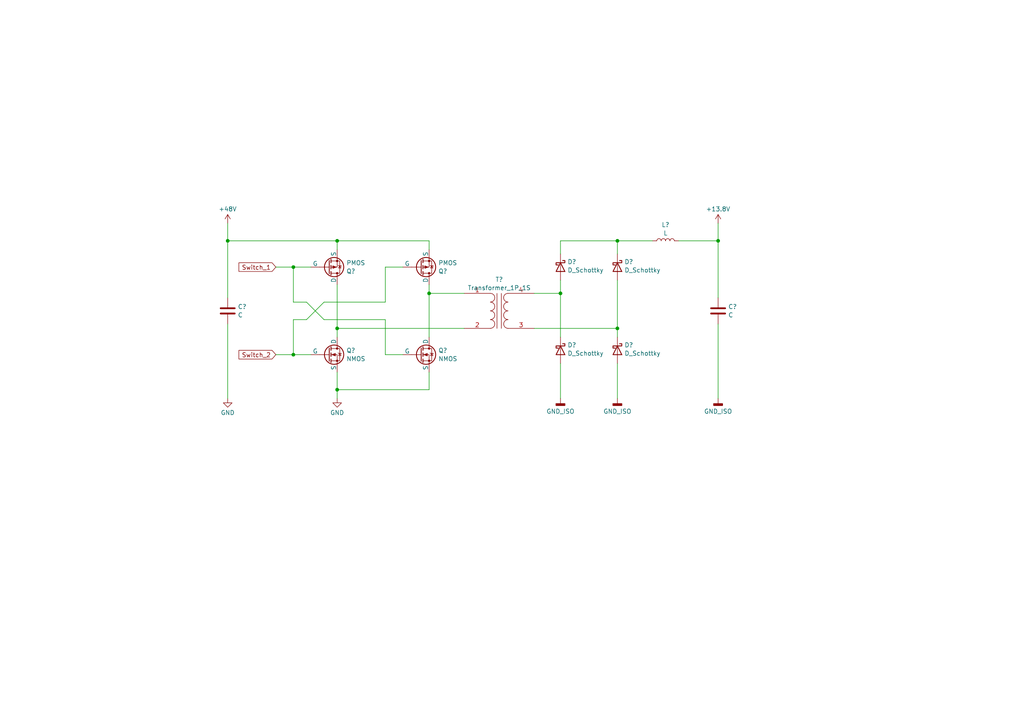
<source format=kicad_sch>
(kicad_sch (version 20230121) (generator eeschema)
  (paper "A4")
  (lib_symbols
    (symbol "Device:C" (pin_numbers hide) (pin_names (offset 0.254))
      (property "Reference" "C" (at 0.635 2.54 0))
      (property "Value" "C" (at 0.635 -2.54 0))
      (symbol "C_0_1"
        (polyline (pts (xy -2.032 -0.762) (xy 2.032 -0.762)) (stroke (width 0.508)))
        (polyline (pts (xy -2.032 0.762) (xy 2.032 0.762)) (stroke (width 0.508)))
      )
      (symbol "C_1_1"
        (pin passive line (at 0 3.81 270) (length 2.794) (name "~") (number "1"))
        (pin passive line (at 0 -3.81 90) (length 2.794) (name "~") (number "2"))
      )
    )
    (symbol "Device:D_Schottky" (pin_numbers hide) (pin_names (offset 1.016) hide)
      (property "Reference" "D" (at 0 2.54 0))
      (property "Value" "D_Schottky" (at 0 -2.54 0))
      (symbol "D_Schottky_0_1"
        (polyline (pts (xy 1.27 0) (xy -1.27 0)))
        (polyline (pts (xy 1.27 1.27) (xy 1.27 -1.27) (xy -1.27 0) (xy 1.27 1.27)) (stroke (width 0.254)))
        (polyline (pts (xy -1.905 0.635) (xy -1.905 1.27) (xy -1.27 1.27) (xy -1.27 -1.27) (xy -0.635 -1.27) (xy -0.635 -0.635)) (stroke (width 0.254)))
      )
      (symbol "D_Schottky_1_1"
        (pin passive line (at -3.81 0 0) (length 2.54) (name "K") (number "1"))
        (pin passive line (at 3.81 0 180) (length 2.54) (name "A") (number "2"))
      )
    )
    (symbol "Device:L" (pin_numbers hide) (pin_names (offset 1.016) hide)
      (property "Reference" "L" (at -1.27 0 90))
      (property "Value" "L" (at 1.905 0 90))
      (symbol "L_0_1"
        (arc (start 0 -2.54) (mid 0.6323 -1.905) (end 0 -1.27))
        (arc (start 0 -1.27) (mid 0.6323 -0.635) (end 0 0))
        (arc (start 0 0) (mid 0.6323 0.635) (end 0 1.27))
        (arc (start 0 1.27) (mid 0.6323 1.905) (end 0 2.54))
      )
      (symbol "L_1_1"
        (pin passive line (at 0 3.81 270) (length 1.27) (name "1") (number "1"))
        (pin passive line (at 0 -3.81 90) (length 1.27) (name "2") (number "2"))
      )
    )
    (symbol "Device:Transformer_1P_1S" (pin_names (offset 1.016) hide)
      (property "Reference" "T" (at 0 6.35 0))
      (property "Value" "Transformer_1P_1S" (at 0 -7.62 0))
      (symbol "Transformer_1P_1S_0_1"
        (arc (start -2.54 -5.0546) (mid -1.6599 -4.6901) (end -1.27 -3.81))
        (arc (start -2.54 -2.5146) (mid -1.6599 -2.1501) (end -1.27 -1.27))
        (arc (start -2.54 0.0254) (mid -1.6599 0.3899) (end -1.27 1.27))
        (arc (start -2.54 2.5654) (mid -1.6599 2.9299) (end -1.27 3.81))
        (arc (start -1.27 -3.81) (mid -1.642 -2.912) (end -2.54 -2.54))
        (arc (start -1.27 -1.27) (mid -1.642 -0.372) (end -2.54 0))
        (arc (start -1.27 1.27) (mid -1.642 2.168) (end -2.54 2.54))
        (arc (start -1.27 3.81) (mid -1.642 4.708) (end -2.54 5.08))
        (polyline (pts (xy -0.635 5.08) (xy -0.635 -5.08)))
        (polyline (pts (xy 0.635 -5.08) (xy 0.635 5.08)))
        (arc (start 1.2954 -1.27) (mid 1.6599 -2.1501) (end 2.54 -2.5146))
        (arc (start 1.2954 1.27) (mid 1.6599 0.3899) (end 2.54 0.0254))
        (arc (start 1.2954 3.81) (mid 1.6599 2.9299) (end 2.54 2.5654))
        (arc (start 1.3208 -3.81) (mid 1.6853 -4.6901) (end 2.5654 -5.0546))
        (arc (start 2.54 0) (mid 1.642 -0.372) (end 1.2954 -1.27))
        (arc (start 2.54 2.54) (mid 1.642 2.168) (end 1.2954 1.27))
        (arc (start 2.54 5.08) (mid 1.642 4.708) (end 1.2954 3.81))
        (arc (start 2.5654 -2.54) (mid 1.6674 -2.912) (end 1.3208 -3.81))
      )
      (symbol "Transformer_1P_1S_1_1"
        (pin passive line (at -10.16 5.08 0) (length 7.62) (name "AA") (number "1"))
        (pin passive line (at -10.16 -5.08 0) (length 7.62) (name "AB") (number "2"))
        (pin passive line (at 10.16 -5.08 180) (length 7.62) (name "SA") (number "3"))
        (pin passive line (at 10.16 5.08 180) (length 7.62) (name "SB") (number "4"))
      )
    )
    (symbol "RadioSupply_lib:+13.8V" (power) (pin_names (offset 0))
      (property "Value" "+13.8V" (at 0 3.556 0))
      (symbol "+13.8V_0_1"
        (polyline (pts (xy -0.762 1.27) (xy 0 2.54)))
        (polyline (pts (xy 0 0) (xy 0 2.54)))
        (polyline (pts (xy 0 2.54) (xy 0.762 1.27)))
      )
      (symbol "+13.8V_1_1"
        (pin power_in line (at 0 0 90) (length 0) hide (name "+13.8V") (number "1"))
      )
    )
    (symbol "RadioSupply_lib:GND_ISO" (power) (pin_names (offset 0))
      (property "Value" "GND_ISO" (at 0 -3.175 0))
      (symbol "GND_ISO_0_1"
        (rectangle (start -1.27 -1.524) (end 1.27 -2.032) (stroke (width 0.254)) (fill (type outline)))
        (polyline (pts (xy 0 0) (xy 0 -1.524)))
      )
      (symbol "GND_ISO_1_1"
        (pin power_in line (at 0 0 270) (length 0) hide (name "GND_ISO") (number "1"))
      )
    )
    (symbol "Simulation_SPICE:NMOS" (pin_numbers hide) (pin_names (offset 0))
      (property "Reference" "Q" (at 5.08 1.27 0))
      (property "Value" "NMOS" (at 5.08 -1.27 0))
      (symbol "NMOS_0_1"
        (polyline (pts (xy 0.254 0) (xy -2.54 0)))
        (polyline (pts (xy 0.254 1.905) (xy 0.254 -1.905)) (stroke (width 0.254)))
        (polyline (pts (xy 0.762 -1.27) (xy 0.762 -2.286)) (stroke (width 0.254)))
        (polyline (pts (xy 0.762 0.508) (xy 0.762 -0.508)) (stroke (width 0.254)))
        (polyline (pts (xy 0.762 2.286) (xy 0.762 1.27)) (stroke (width 0.254)))
        (polyline (pts (xy 2.54 2.54) (xy 2.54 1.778)))
        (polyline (pts (xy 2.54 -2.54) (xy 2.54 0) (xy 0.762 0)))
        (polyline (pts (xy 0.762 -1.778) (xy 3.302 -1.778) (xy 3.302 1.778) (xy 0.762 1.778)))
        (polyline (pts (xy 1.016 0) (xy 2.032 0.381) (xy 2.032 -0.381) (xy 1.016 0)) (fill (type outline)))
        (polyline (pts (xy 2.794 0.508) (xy 2.921 0.381) (xy 3.683 0.381) (xy 3.81 0.254)))
        (polyline (pts (xy 3.302 0.381) (xy 2.921 -0.254) (xy 3.683 -0.254) (xy 3.302 0.381)))
        (circle (center 1.651 0) (radius 2.794) (stroke (width 0.254)))
        (circle (center 2.54 -1.778) (radius 0.254) (fill (type outline)))
        (circle (center 2.54 1.778) (radius 0.254) (fill (type outline)))
      )
      (symbol "NMOS_1_1"
        (pin passive line (at 2.54 5.08 270) (length 2.54) (name "D") (number "1"))
        (pin input line (at -5.08 0 0) (length 2.54) (name "G") (number "2"))
        (pin passive line (at 2.54 -5.08 90) (length 2.54) (name "S") (number "3"))
      )
    )
    (symbol "Simulation_SPICE:PMOS" (pin_numbers hide) (pin_names (offset 0))
      (property "Reference" "Q" (at 5.08 1.27 0))
      (property "Value" "PMOS" (at 5.08 -1.27 0))
      (symbol "PMOS_0_1"
        (polyline (pts (xy 0.254 0) (xy -2.54 0)))
        (polyline (pts (xy 0.254 1.905) (xy 0.254 -1.905)) (stroke (width 0.254)))
        (polyline (pts (xy 0.762 -1.27) (xy 0.762 -2.286)) (stroke (width 0.254)))
        (polyline (pts (xy 0.762 0.508) (xy 0.762 -0.508)) (stroke (width 0.254)))
        (polyline (pts (xy 0.762 2.286) (xy 0.762 1.27)) (stroke (width 0.254)))
        (polyline (pts (xy 2.54 2.54) (xy 2.54 1.778)))
        (polyline (pts (xy 2.54 -2.54) (xy 2.54 0) (xy 0.762 0)))
        (polyline (pts (xy 0.762 1.778) (xy 3.302 1.778) (xy 3.302 -1.778) (xy 0.762 -1.778)))
        (polyline (pts (xy 2.286 0) (xy 1.27 0.381) (xy 1.27 -0.381) (xy 2.286 0)) (fill (type outline)))
        (polyline (pts (xy 2.794 -0.508) (xy 2.921 -0.381) (xy 3.683 -0.381) (xy 3.81 -0.254)))
        (polyline (pts (xy 3.302 -0.381) (xy 2.921 0.254) (xy 3.683 0.254) (xy 3.302 -0.381)))
        (circle (center 1.651 0) (radius 2.794) (stroke (width 0.254)))
        (circle (center 2.54 -1.778) (radius 0.254) (fill (type outline)))
        (circle (center 2.54 1.778) (radius 0.254) (fill (type outline)))
      )
      (symbol "PMOS_1_1"
        (pin passive line (at 2.54 5.08 270) (length 2.54) (name "D") (number "1"))
        (pin input line (at -5.08 0 0) (length 2.54) (name "G") (number "2"))
        (pin passive line (at 2.54 -5.08 90) (length 2.54) (name "S") (number "3"))
      )
    )
    (symbol "power:+48V" (power) (pin_names (offset 0))
      (property "Value" "+48V" (at 0 3.556 0))
      (symbol "+48V_0_1"
        (polyline (pts (xy -0.762 1.27) (xy 0 2.54)))
        (polyline (pts (xy 0 0) (xy 0 2.54)))
        (polyline (pts (xy 0 2.54) (xy 0.762 1.27)))
      )
      (symbol "+48V_1_1"
        (pin power_in line (at 0 0 90) (length 0) hide (name "+48V") (number "1"))
      )
    )
    (symbol "power:GND" (power) (pin_names (offset 0))
      (property "Value" "GND" (at 0 -3.81 0))
      (symbol "GND_0_1"
        (polyline (pts (xy 0 0) (xy 0 -1.27) (xy 1.27 -1.27) (xy 0 -2.54) (xy -1.27 -1.27) (xy 0 -1.27)))
      )
      (symbol "GND_1_1"
        (pin power_in line (at 0 0 270) (length 0) hide (name "GND") (number "1"))
      )
    )
  )
  (junction (at 97.79 95.25))
  (junction (at 179.07 69.85))
  (junction (at 208.28 69.85))
  (junction (at 179.07 95.25))
  (junction (at 124.46 85.09))
  (junction (at 162.56 85.09))
  (junction (at 97.79 113.03))
  (junction (at 85.09 102.87))
  (junction (at 66.04 69.85))
  (junction (at 85.09 77.47))
  (junction (at 97.79 69.85))
  (wire (pts (xy 208.28 69.85) (xy 208.28 86.36)))
  (wire (pts (xy 162.56 81.28) (xy 162.56 85.09)))
  (wire (pts (xy 154.94 85.09) (xy 162.56 85.09)))
  (wire (pts (xy 85.09 102.87) (xy 90.17 102.87)))
  (wire (pts (xy 85.09 77.47) (xy 90.17 77.47)))
  (wire (pts (xy 93.98 87.63) (xy 111.76 87.63)))
  (wire (pts (xy 179.07 69.85) (xy 162.56 69.85)))
  (wire (pts (xy 124.46 85.09) (xy 124.46 97.79)))
  (wire (pts (xy 93.98 92.71) (xy 111.76 92.71)))
  (wire (pts (xy 97.79 95.25) (xy 97.79 97.79)))
  (wire (pts (xy 97.79 69.85) (xy 124.46 69.85)))
  (wire (pts (xy 208.28 64.77) (xy 208.28 69.85)))
  (wire (pts (xy 88.9 92.71) (xy 85.09 92.71)))
  (wire (pts (xy 162.56 105.41) (xy 162.56 115.57)))
  (wire (pts (xy 116.84 77.47) (xy 111.76 77.47)))
  (wire (pts (xy 97.79 113.03) (xy 97.79 115.57)))
  (wire (pts (xy 80.01 102.87) (xy 85.09 102.87)))
  (wire (pts (xy 97.79 107.95) (xy 97.79 113.03)))
  (wire (pts (xy 116.84 102.87) (xy 111.76 102.87)))
  (wire (pts (xy 134.62 95.25) (xy 97.79 95.25)))
  (wire (pts (xy 80.01 77.47) (xy 85.09 77.47)))
  (wire (pts (xy 88.9 92.71) (xy 93.98 87.63)))
  (wire (pts (xy 66.04 69.85) (xy 97.79 69.85)))
  (wire (pts (xy 179.07 69.85) (xy 179.07 73.66)))
  (wire (pts (xy 124.46 85.09) (xy 134.62 85.09)))
  (wire (pts (xy 85.09 87.63) (xy 85.09 77.47)))
  (wire (pts (xy 66.04 64.77) (xy 66.04 69.85)))
  (wire (pts (xy 97.79 72.39) (xy 97.79 69.85)))
  (wire (pts (xy 189.23 69.85) (xy 179.07 69.85)))
  (wire (pts (xy 111.76 102.87) (xy 111.76 92.71)))
  (wire (pts (xy 85.09 87.63) (xy 88.9 87.63)))
  (wire (pts (xy 85.09 92.71) (xy 85.09 102.87)))
  (wire (pts (xy 154.94 95.25) (xy 179.07 95.25)))
  (wire (pts (xy 179.07 81.28) (xy 179.07 95.25)))
  (wire (pts (xy 124.46 82.55) (xy 124.46 85.09)))
  (wire (pts (xy 196.85 69.85) (xy 208.28 69.85)))
  (wire (pts (xy 66.04 69.85) (xy 66.04 86.36)))
  (wire (pts (xy 66.04 93.98) (xy 66.04 115.57)))
  (wire (pts (xy 208.28 93.98) (xy 208.28 115.57)))
  (wire (pts (xy 162.56 85.09) (xy 162.56 97.79)))
  (wire (pts (xy 162.56 69.85) (xy 162.56 73.66)))
  (wire (pts (xy 111.76 77.47) (xy 111.76 87.63)))
  (wire (pts (xy 97.79 95.25) (xy 97.79 82.55)))
  (wire (pts (xy 179.07 95.25) (xy 179.07 97.79)))
  (wire (pts (xy 124.46 107.95) (xy 124.46 113.03)))
  (wire (pts (xy 124.46 113.03) (xy 97.79 113.03)))
  (wire (pts (xy 179.07 105.41) (xy 179.07 115.57)))
  (wire (pts (xy 124.46 69.85) (xy 124.46 72.39)))
  (wire (pts (xy 88.9 87.63) (xy 93.98 92.71)))
  (global_label "Switch_2" (shape input) (at 80.01 102.87 180) (property "Intersheetrefs" "${INTERSHEET_REFS}" (effects hide)))
  (global_label "Switch_1" (shape input) (at 80.01 77.47 180) (property "Intersheetrefs" "${INTERSHEET_REFS}" (effects hide)))
  (symbol (lib_id "RadioSupply_lib:GND_ISO") (at 162.56 115.57 0) (unit 1)
    (property "Reference" "#PWR01" (effects hide))
    (property "Value" "GND_ISO" (at 162.56 119.3221 0))
  )
  (symbol (lib_id "Device:D_Schottky") (at 162.56 77.47 270) (unit 1)
    (property "Reference" "D?" (at 164.592 75.9404 90) (effects (justify left)))
    (property "Value" "D_Schottky" (at 164.592 78.3646 90) (effects (justify left)))
  )
  (symbol (lib_id "power:GND") (at 97.79 115.57 0) (unit 1)
    (property "Reference" "#PWR?" (effects hide))
    (property "Value" "GND" (at 97.79 119.7031 0))
  )
  (symbol (lib_id "Simulation_SPICE:NMOS") (at 121.92 102.87 0) (unit 1)
    (property "Reference" "Q?" (at 127.127 101.6579 0) (effects (justify left)))
    (property "Value" "NMOS" (at 127.127 104.0821 0) (effects (justify left)))
    (property "Datasheet" "https://ngspice.sourceforge.io/docs/ngspice-manual.pdf" (effects hide))
    (property "Sim.Device" "NMOS" (effects hide))
    (property "Sim.Type" "VDMOS" (effects hide))
    (property "Sim.Pins" "1=D 2=G 3=S" (effects hide))
  )
  (symbol (lib_id "RadioSupply_lib:GND_ISO") (at 179.07 115.57 0) (unit 1)
    (property "Reference" "#PWR02" (effects hide))
    (property "Value" "GND_ISO" (at 179.07 119.3221 0))
  )
  (symbol (lib_id "power:+48V") (at 66.04 64.77 0) (unit 1)
    (property "Reference" "#PWR?" (effects hide))
    (property "Value" "+48V" (at 66.04 60.6369 0))
  )
  (symbol (lib_id "Device:D_Schottky") (at 179.07 101.6 270) (unit 1)
    (property "Reference" "D?" (at 181.102 100.0704 90) (effects (justify left)))
    (property "Value" "D_Schottky" (at 181.102 102.4946 90) (effects (justify left)))
  )
  (symbol (lib_id "Device:D_Schottky") (at 162.56 101.6 270) (unit 1)
    (property "Reference" "D?" (at 164.592 100.0704 90) (effects (justify left)))
    (property "Value" "D_Schottky" (at 164.592 102.4946 90) (effects (justify left)))
  )
  (symbol (lib_id "Device:C") (at 66.04 90.17 0) (unit 1)
    (property "Reference" "C?" (at 68.961 88.9579 0) (effects (justify left)))
    (property "Value" "C" (at 68.961 91.3821 0) (effects (justify left)))
  )
  (symbol (lib_id "RadioSupply_lib:+13.8V") (at 208.28 64.77 0) (unit 1)
    (property "Reference" "#PWR?" (effects hide))
    (property "Value" "+13.8V" (at 208.28 60.6369 0))
  )
  (symbol (lib_id "Device:Transformer_1P_1S") (at 144.78 90.17 0) (unit 1)
    (property "Reference" "T?" (at 144.7927 81.0726 0))
    (property "Value" "Transformer_1P_1S" (at 144.7927 83.4968 0))
  )
  (symbol (lib_id "Device:L") (at 193.04 69.85 90) (unit 1)
    (property "Reference" "L?" (at 193.04 65.2004 90))
    (property "Value" "L" (at 193.04 67.6246 90))
  )
  (symbol (lib_id "Device:D_Schottky") (at 179.07 77.47 270) (unit 1)
    (property "Reference" "D?" (at 181.102 75.9404 90) (effects (justify left)))
    (property "Value" "D_Schottky" (at 181.102 78.3646 90) (effects (justify left)))
  )
  (symbol (lib_id "Simulation_SPICE:PMOS") (at 121.92 77.47 0) (mirror x) (unit 1)
    (property "Reference" "Q?" (at 127.127 78.6821 0) (effects (justify left)))
    (property "Value" "PMOS" (at 127.127 76.2579 0) (effects (justify left)))
    (property "Datasheet" "https://ngspice.sourceforge.io/docs/ngspice-manual.pdf" (effects hide))
    (property "Sim.Device" "PMOS" (effects hide))
    (property "Sim.Type" "VDMOS" (effects hide))
    (property "Sim.Pins" "1=D 2=G 3=S" (effects hide))
  )
  (symbol (lib_id "RadioSupply_lib:GND_ISO") (at 208.28 115.57 0) (unit 1)
    (property "Reference" "#PWR03" (effects hide))
    (property "Value" "GND_ISO" (at 208.28 119.3221 0))
  )
  (symbol (lib_id "Device:C") (at 208.28 90.17 0) (unit 1)
    (property "Reference" "C?" (at 211.201 88.9579 0) (effects (justify left)))
    (property "Value" "C" (at 211.201 91.3821 0) (effects (justify left)))
  )
  (symbol (lib_id "Simulation_SPICE:PMOS") (at 95.25 77.47 0) (mirror x) (unit 1)
    (property "Reference" "Q?" (at 100.457 78.6821 0) (effects (justify left)))
    (property "Value" "PMOS" (at 100.457 76.2579 0) (effects (justify left)))
    (property "Datasheet" "https://ngspice.sourceforge.io/docs/ngspice-manual.pdf" (effects hide))
    (property "Sim.Device" "PMOS" (effects hide))
    (property "Sim.Type" "VDMOS" (effects hide))
    (property "Sim.Pins" "1=D 2=G 3=S" (effects hide))
  )
  (symbol (lib_id "power:GND") (at 66.04 115.57 0) (unit 1)
    (property "Reference" "#PWR?" (effects hide))
    (property "Value" "GND" (at 66.04 119.7031 0))
  )
  (symbol (lib_id "Simulation_SPICE:NMOS") (at 95.25 102.87 0) (unit 1)
    (property "Reference" "Q?" (at 100.457 101.6579 0) (effects (justify left)))
    (property "Value" "NMOS" (at 100.457 104.0821 0) (effects (justify left)))
    (property "Datasheet" "https://ngspice.sourceforge.io/docs/ngspice-manual.pdf" (effects hide))
    (property "Sim.Device" "NMOS" (effects hide))
    (property "Sim.Type" "VDMOS" (effects hide))
    (property "Sim.Pins" "1=D 2=G 3=S" (effects hide))
  )
)
</source>
